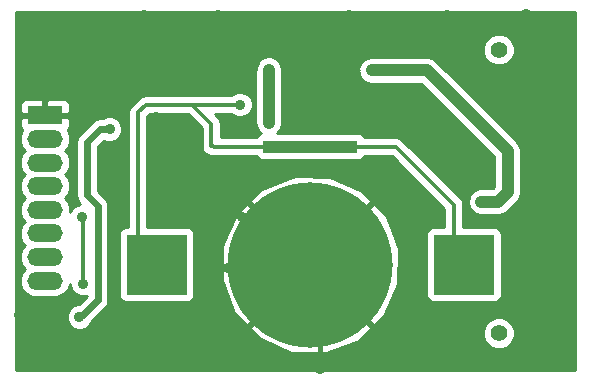
<source format=gbl>
G04 (created by PCBNEW-RS274X (2011-11-27 BZR 3249)-stable) date 21/02/2012 2:28:40 p.m.*
G01*
G70*
G90*
%MOIN*%
G04 Gerber Fmt 3.4, Leading zero omitted, Abs format*
%FSLAX34Y34*%
G04 APERTURE LIST*
%ADD10C,0.006000*%
%ADD11C,0.055100*%
%ADD12R,0.200800X0.200800*%
%ADD13C,0.551200*%
%ADD14R,0.315000X0.039400*%
%ADD15O,0.118100X0.059100*%
%ADD16R,0.118100X0.059100*%
%ADD17C,0.035000*%
%ADD18C,0.013800*%
%ADD19C,0.039400*%
%ADD20C,0.021700*%
%ADD21C,0.017700*%
%ADD22C,0.010000*%
G04 APERTURE END LIST*
G54D10*
G54D11*
X40441Y-31583D03*
X40441Y-22134D03*
G54D12*
X39279Y-29299D03*
X29043Y-29299D03*
G54D13*
X34161Y-29299D03*
G54D14*
X34161Y-25362D03*
G54D15*
X25311Y-25895D03*
X25311Y-25108D03*
G54D16*
X25311Y-24320D03*
G54D15*
X25311Y-26682D03*
X25311Y-27470D03*
X25311Y-28257D03*
X25311Y-29044D03*
X25311Y-29831D03*
G54D17*
X26551Y-27697D03*
X26579Y-29933D03*
X32776Y-22803D03*
X36209Y-22819D03*
X26461Y-31043D03*
X39854Y-27197D03*
X32776Y-24571D03*
X27465Y-24783D03*
X24457Y-30969D03*
X42598Y-30004D03*
X30079Y-22110D03*
X31579Y-24630D03*
X30461Y-32685D03*
X31882Y-27697D03*
X25071Y-31606D03*
X35433Y-24728D03*
X26709Y-21969D03*
X26724Y-22780D03*
X27315Y-26776D03*
X34480Y-32764D03*
X28598Y-20984D03*
X26079Y-20996D03*
X38760Y-32685D03*
X31079Y-20972D03*
X41331Y-20957D03*
X27760Y-25646D03*
X29012Y-24370D03*
X31402Y-29425D03*
X27559Y-30626D03*
X26272Y-30465D03*
X26244Y-27063D03*
X24528Y-23283D03*
X42598Y-25772D03*
X36331Y-23555D03*
X38720Y-20984D03*
X24598Y-32697D03*
X27551Y-29386D03*
X42614Y-22665D03*
X35433Y-20988D03*
X27559Y-31465D03*
X30449Y-31433D03*
X32106Y-22642D03*
X40020Y-26220D03*
X31811Y-23965D03*
G54D18*
X26579Y-27725D02*
X26579Y-29933D01*
X26551Y-27697D02*
X26579Y-27725D01*
G54D19*
X39854Y-27197D02*
X40425Y-27197D01*
X32776Y-22803D02*
X32776Y-24571D01*
G54D20*
X26461Y-31043D02*
X26461Y-31059D01*
G54D19*
X40740Y-26882D02*
X40740Y-25515D01*
X40425Y-27197D02*
X40740Y-26882D01*
X38044Y-22819D02*
X36209Y-22819D01*
G54D20*
X26709Y-26985D02*
X27067Y-27343D01*
X26709Y-26894D02*
X26709Y-26985D01*
X26709Y-25214D02*
X26709Y-26894D01*
G54D19*
X40740Y-25515D02*
X38044Y-22819D01*
G54D20*
X27140Y-24783D02*
X26709Y-25214D01*
X27140Y-24783D02*
X27465Y-24783D01*
X27067Y-27343D02*
X27067Y-30488D01*
X26496Y-31059D02*
X26461Y-31059D01*
X27067Y-30488D02*
X26496Y-31059D01*
G54D21*
X42598Y-22681D02*
X42598Y-25772D01*
G54D18*
X36331Y-23555D02*
X38996Y-26220D01*
X24445Y-30980D02*
X24446Y-30980D01*
G54D21*
X28586Y-20996D02*
X28598Y-20984D01*
G54D18*
X24446Y-30980D02*
X24457Y-30969D01*
X25071Y-31606D02*
X24445Y-30980D01*
G54D21*
X34480Y-32764D02*
X34480Y-30401D01*
G54D18*
X28953Y-20984D02*
X28598Y-20984D01*
G54D21*
X31079Y-20972D02*
X35417Y-20972D01*
G54D18*
X30079Y-22110D02*
X28953Y-20984D01*
G54D21*
X30449Y-32673D02*
X30461Y-32685D01*
G54D18*
X26709Y-21969D02*
X26709Y-22765D01*
X31571Y-24626D02*
X31575Y-24626D01*
X31575Y-24626D02*
X31579Y-24630D01*
G54D21*
X26079Y-20996D02*
X28586Y-20996D01*
X35417Y-20972D02*
X35433Y-20988D01*
G54D18*
X27315Y-26776D02*
X27315Y-26091D01*
X27315Y-26091D02*
X27760Y-25646D01*
G54D21*
X41304Y-20984D02*
X41331Y-20957D01*
X38760Y-32220D02*
X38760Y-32685D01*
X34480Y-32764D02*
X34472Y-32756D01*
G54D18*
X26709Y-22765D02*
X26724Y-22780D01*
G54D21*
X42598Y-30548D02*
X42197Y-30949D01*
X40031Y-30949D02*
X38760Y-32220D01*
X38720Y-20984D02*
X41304Y-20984D01*
X24598Y-32079D02*
X25071Y-31606D01*
X32559Y-27697D02*
X31882Y-27697D01*
X24598Y-32697D02*
X24598Y-32079D01*
X30449Y-31433D02*
X30449Y-32673D01*
X27559Y-30626D02*
X27559Y-31465D01*
X34161Y-29299D02*
X34035Y-29425D01*
X34035Y-29425D02*
X31402Y-29425D01*
G54D18*
X27736Y-27729D02*
X27736Y-26999D01*
X27513Y-26776D02*
X27315Y-26776D01*
G54D21*
X34161Y-29299D02*
X32559Y-27697D01*
X34480Y-30401D02*
X33256Y-29177D01*
G54D18*
X38996Y-26220D02*
X40020Y-26220D01*
X32106Y-22642D02*
X32098Y-22642D01*
G54D21*
X42614Y-22665D02*
X42598Y-22681D01*
G54D20*
X35433Y-20988D02*
X35433Y-24728D01*
G54D18*
X27551Y-29386D02*
X27551Y-27914D01*
G54D21*
X42598Y-30004D02*
X42598Y-30548D01*
G54D18*
X29012Y-24370D02*
X29008Y-24370D01*
G54D21*
X42197Y-30949D02*
X40031Y-30949D01*
G54D18*
X27551Y-27914D02*
X27736Y-27729D01*
X27736Y-26999D02*
X27513Y-26776D01*
X34161Y-25362D02*
X37000Y-25362D01*
X30854Y-25275D02*
X30854Y-25358D01*
X31811Y-23965D02*
X30496Y-23965D01*
X28409Y-28665D02*
X29043Y-29299D01*
X30854Y-24610D02*
X30854Y-25275D01*
X37000Y-25362D02*
X38941Y-27303D01*
X29118Y-23965D02*
X28669Y-23965D01*
X34161Y-25362D02*
X30941Y-25362D01*
X30941Y-25362D02*
X30854Y-25275D01*
X28409Y-24225D02*
X28409Y-28665D01*
X30496Y-23965D02*
X30209Y-23965D01*
X38941Y-27303D02*
X38941Y-28961D01*
X38941Y-28961D02*
X39279Y-29299D01*
X30209Y-23965D02*
X30854Y-24610D01*
X28669Y-23965D02*
X28409Y-24225D01*
X30209Y-23965D02*
X29118Y-23965D01*
G54D22*
X24341Y-20876D02*
X42982Y-20876D01*
X24341Y-20956D02*
X42982Y-20956D01*
X24341Y-21036D02*
X42982Y-21036D01*
X24341Y-21116D02*
X42982Y-21116D01*
X24341Y-21196D02*
X42982Y-21196D01*
X24341Y-21276D02*
X42982Y-21276D01*
X24341Y-21356D02*
X42982Y-21356D01*
X24341Y-21436D02*
X42982Y-21436D01*
X24341Y-21516D02*
X42982Y-21516D01*
X24341Y-21596D02*
X42982Y-21596D01*
X24341Y-21676D02*
X40175Y-21676D01*
X40707Y-21676D02*
X42982Y-21676D01*
X24341Y-21756D02*
X40076Y-21756D01*
X40805Y-21756D02*
X42982Y-21756D01*
X24341Y-21836D02*
X39996Y-21836D01*
X40885Y-21836D02*
X42982Y-21836D01*
X24341Y-21916D02*
X39962Y-21916D01*
X40918Y-21916D02*
X42982Y-21916D01*
X24341Y-21996D02*
X39929Y-21996D01*
X40951Y-21996D02*
X42982Y-21996D01*
X24341Y-22076D02*
X39916Y-22076D01*
X40966Y-22076D02*
X42982Y-22076D01*
X24341Y-22156D02*
X39916Y-22156D01*
X40966Y-22156D02*
X42982Y-22156D01*
X24341Y-22236D02*
X39916Y-22236D01*
X40966Y-22236D02*
X42982Y-22236D01*
X24341Y-22316D02*
X39949Y-22316D01*
X40935Y-22316D02*
X40966Y-22316D01*
X40966Y-22316D02*
X42982Y-22316D01*
X24341Y-22396D02*
X32596Y-22396D01*
X32955Y-22396D02*
X36088Y-22396D01*
X38164Y-22396D02*
X39982Y-22396D01*
X40901Y-22396D02*
X40966Y-22396D01*
X40966Y-22396D02*
X42982Y-22396D01*
X24341Y-22476D02*
X32476Y-22476D01*
X33075Y-22476D02*
X35933Y-22476D01*
X38319Y-22476D02*
X40041Y-22476D01*
X40842Y-22476D02*
X40966Y-22476D01*
X40966Y-22476D02*
X42982Y-22476D01*
X24341Y-22556D02*
X32413Y-22556D01*
X33138Y-22556D02*
X35857Y-22556D01*
X38413Y-22556D02*
X40121Y-22556D01*
X40762Y-22556D02*
X40966Y-22556D01*
X40966Y-22556D02*
X42982Y-22556D01*
X24341Y-22636D02*
X32362Y-22636D01*
X33189Y-22636D02*
X35804Y-22636D01*
X38493Y-22636D02*
X40281Y-22636D01*
X40601Y-22636D02*
X40966Y-22636D01*
X40966Y-22636D02*
X42982Y-22636D01*
X24341Y-22716D02*
X32346Y-22716D01*
X33205Y-22716D02*
X35782Y-22716D01*
X38573Y-22716D02*
X40966Y-22716D01*
X40966Y-22716D02*
X42982Y-22716D01*
X24341Y-22796D02*
X32330Y-22796D01*
X33221Y-22796D02*
X35766Y-22796D01*
X38653Y-22796D02*
X40966Y-22796D01*
X40966Y-22796D02*
X42982Y-22796D01*
X24341Y-22876D02*
X32329Y-22876D01*
X33223Y-22876D02*
X35774Y-22876D01*
X38733Y-22876D02*
X40966Y-22876D01*
X40966Y-22876D02*
X42982Y-22876D01*
X24341Y-22956D02*
X32329Y-22956D01*
X33223Y-22956D02*
X35790Y-22956D01*
X38813Y-22956D02*
X40966Y-22956D01*
X40966Y-22956D02*
X42982Y-22956D01*
X24341Y-23036D02*
X32329Y-23036D01*
X33223Y-23036D02*
X35827Y-23036D01*
X38893Y-23036D02*
X40966Y-23036D01*
X40966Y-23036D02*
X42982Y-23036D01*
X24341Y-23116D02*
X32329Y-23116D01*
X33223Y-23116D02*
X35881Y-23116D01*
X38973Y-23116D02*
X40966Y-23116D01*
X40966Y-23116D02*
X42982Y-23116D01*
X24341Y-23196D02*
X32329Y-23196D01*
X33223Y-23196D02*
X35985Y-23196D01*
X39053Y-23196D02*
X40966Y-23196D01*
X40966Y-23196D02*
X42982Y-23196D01*
X24341Y-23276D02*
X32329Y-23276D01*
X33223Y-23276D02*
X37869Y-23276D01*
X39133Y-23276D02*
X40966Y-23276D01*
X40966Y-23276D02*
X42982Y-23276D01*
X24341Y-23356D02*
X32329Y-23356D01*
X33223Y-23356D02*
X37949Y-23356D01*
X39213Y-23356D02*
X40966Y-23356D01*
X40966Y-23356D02*
X42982Y-23356D01*
X24341Y-23436D02*
X32329Y-23436D01*
X33223Y-23436D02*
X38029Y-23436D01*
X39293Y-23436D02*
X40966Y-23436D01*
X40966Y-23436D02*
X42982Y-23436D01*
X24341Y-23516D02*
X32329Y-23516D01*
X33223Y-23516D02*
X38109Y-23516D01*
X39373Y-23516D02*
X40966Y-23516D01*
X40966Y-23516D02*
X42982Y-23516D01*
X24341Y-23596D02*
X31590Y-23596D01*
X32030Y-23596D02*
X32329Y-23596D01*
X33223Y-23596D02*
X38189Y-23596D01*
X39453Y-23596D02*
X40966Y-23596D01*
X40966Y-23596D02*
X42982Y-23596D01*
X24341Y-23676D02*
X28537Y-23676D01*
X32123Y-23676D02*
X32329Y-23676D01*
X33223Y-23676D02*
X38269Y-23676D01*
X39533Y-23676D02*
X40966Y-23676D01*
X40966Y-23676D02*
X42982Y-23676D01*
X24341Y-23756D02*
X28426Y-23756D01*
X32184Y-23756D02*
X32329Y-23756D01*
X33223Y-23756D02*
X38349Y-23756D01*
X39613Y-23756D02*
X40966Y-23756D01*
X40966Y-23756D02*
X42982Y-23756D01*
X24341Y-23836D02*
X24558Y-23836D01*
X25260Y-23836D02*
X25362Y-23836D01*
X26064Y-23836D02*
X28346Y-23836D01*
X32217Y-23836D02*
X32329Y-23836D01*
X33223Y-23836D02*
X38429Y-23836D01*
X39693Y-23836D02*
X40966Y-23836D01*
X40966Y-23836D02*
X42982Y-23836D01*
X24341Y-23916D02*
X24496Y-23916D01*
X25261Y-23916D02*
X25361Y-23916D01*
X26125Y-23916D02*
X28266Y-23916D01*
X32236Y-23916D02*
X32329Y-23916D01*
X33223Y-23916D02*
X38509Y-23916D01*
X39773Y-23916D02*
X40966Y-23916D01*
X40966Y-23916D02*
X42982Y-23916D01*
X24341Y-23996D02*
X24471Y-23996D01*
X25261Y-23996D02*
X25361Y-23996D01*
X26150Y-23996D02*
X28186Y-23996D01*
X32236Y-23996D02*
X32329Y-23996D01*
X33223Y-23996D02*
X38589Y-23996D01*
X39853Y-23996D02*
X40966Y-23996D01*
X40966Y-23996D02*
X42982Y-23996D01*
X24341Y-24076D02*
X24471Y-24076D01*
X25261Y-24076D02*
X25361Y-24076D01*
X26150Y-24076D02*
X28131Y-24076D01*
X32226Y-24076D02*
X32329Y-24076D01*
X33223Y-24076D02*
X38669Y-24076D01*
X39933Y-24076D02*
X40966Y-24076D01*
X40966Y-24076D02*
X42982Y-24076D01*
X24341Y-24156D02*
X24471Y-24156D01*
X25261Y-24156D02*
X25361Y-24156D01*
X26150Y-24156D02*
X28103Y-24156D01*
X32192Y-24156D02*
X32329Y-24156D01*
X33223Y-24156D02*
X38749Y-24156D01*
X40013Y-24156D02*
X40966Y-24156D01*
X40966Y-24156D02*
X42982Y-24156D01*
X24341Y-24236D02*
X24499Y-24236D01*
X25261Y-24236D02*
X25361Y-24236D01*
X26123Y-24236D02*
X26151Y-24236D01*
X26151Y-24236D02*
X28090Y-24236D01*
X32141Y-24236D02*
X32329Y-24236D01*
X33223Y-24236D02*
X38829Y-24236D01*
X40093Y-24236D02*
X40966Y-24236D01*
X40966Y-24236D02*
X42982Y-24236D01*
X24341Y-24316D02*
X25261Y-24316D01*
X25261Y-24316D02*
X26151Y-24316D01*
X26151Y-24316D02*
X28090Y-24316D01*
X28769Y-24316D02*
X30109Y-24316D01*
X31011Y-24316D02*
X31561Y-24316D01*
X32061Y-24316D02*
X32329Y-24316D01*
X33223Y-24316D02*
X38909Y-24316D01*
X40173Y-24316D02*
X40966Y-24316D01*
X40966Y-24316D02*
X42982Y-24316D01*
X24341Y-24396D02*
X24507Y-24396D01*
X26115Y-24396D02*
X26151Y-24396D01*
X26151Y-24396D02*
X27288Y-24396D01*
X27641Y-24396D02*
X28090Y-24396D01*
X28728Y-24396D02*
X30189Y-24396D01*
X31087Y-24396D02*
X32329Y-24396D01*
X33223Y-24396D02*
X38989Y-24396D01*
X40253Y-24396D02*
X40966Y-24396D01*
X40966Y-24396D02*
X42982Y-24396D01*
X24341Y-24476D02*
X24472Y-24476D01*
X26151Y-24476D02*
X26966Y-24476D01*
X27759Y-24476D02*
X28090Y-24476D01*
X28728Y-24476D02*
X30269Y-24476D01*
X31141Y-24476D02*
X32329Y-24476D01*
X33223Y-24476D02*
X39069Y-24476D01*
X40333Y-24476D02*
X40966Y-24476D01*
X40966Y-24476D02*
X42982Y-24476D01*
X24341Y-24556D02*
X24472Y-24556D01*
X26151Y-24556D02*
X26860Y-24556D01*
X27831Y-24556D02*
X28090Y-24556D01*
X28728Y-24556D02*
X30349Y-24556D01*
X31162Y-24556D02*
X32329Y-24556D01*
X33223Y-24556D02*
X39149Y-24556D01*
X40413Y-24556D02*
X40966Y-24556D01*
X40966Y-24556D02*
X42982Y-24556D01*
X24341Y-24636D02*
X24472Y-24636D01*
X26151Y-24636D02*
X26780Y-24636D01*
X27864Y-24636D02*
X28090Y-24636D01*
X28728Y-24636D02*
X30429Y-24636D01*
X31173Y-24636D02*
X32342Y-24636D01*
X33211Y-24636D02*
X39229Y-24636D01*
X40493Y-24636D02*
X40966Y-24636D01*
X40966Y-24636D02*
X42982Y-24636D01*
X24341Y-24716D02*
X24494Y-24716D01*
X26129Y-24716D02*
X26700Y-24716D01*
X27890Y-24716D02*
X28090Y-24716D01*
X28728Y-24716D02*
X30509Y-24716D01*
X31173Y-24716D02*
X32358Y-24716D01*
X33195Y-24716D02*
X39309Y-24716D01*
X40573Y-24716D02*
X40966Y-24716D01*
X40966Y-24716D02*
X42982Y-24716D01*
X24341Y-24796D02*
X24550Y-24796D01*
X26072Y-24796D02*
X26620Y-24796D01*
X27890Y-24796D02*
X28090Y-24796D01*
X28728Y-24796D02*
X30535Y-24796D01*
X31173Y-24796D02*
X32400Y-24796D01*
X33153Y-24796D02*
X39389Y-24796D01*
X40653Y-24796D02*
X40966Y-24796D01*
X40966Y-24796D02*
X42982Y-24796D01*
X24341Y-24876D02*
X24517Y-24876D01*
X26105Y-24876D02*
X26540Y-24876D01*
X27887Y-24876D02*
X27890Y-24876D01*
X27890Y-24876D02*
X28090Y-24876D01*
X28728Y-24876D02*
X30535Y-24876D01*
X31173Y-24876D02*
X32453Y-24876D01*
X33100Y-24876D02*
X39469Y-24876D01*
X40733Y-24876D02*
X40966Y-24876D01*
X40966Y-24876D02*
X42982Y-24876D01*
X24341Y-24956D02*
X24483Y-24956D01*
X26138Y-24956D02*
X26460Y-24956D01*
X27854Y-24956D02*
X27890Y-24956D01*
X27890Y-24956D02*
X28090Y-24956D01*
X28728Y-24956D02*
X30535Y-24956D01*
X31173Y-24956D02*
X32443Y-24956D01*
X35879Y-24956D02*
X39549Y-24956D01*
X40813Y-24956D02*
X40966Y-24956D01*
X40966Y-24956D02*
X42982Y-24956D01*
X24341Y-25036D02*
X24465Y-25036D01*
X26157Y-25036D02*
X26405Y-25036D01*
X27813Y-25036D02*
X27890Y-25036D01*
X27890Y-25036D02*
X28090Y-25036D01*
X28728Y-25036D02*
X30535Y-25036D01*
X31173Y-25036D02*
X32369Y-25036D01*
X35951Y-25036D02*
X39629Y-25036D01*
X40893Y-25036D02*
X40966Y-25036D01*
X40966Y-25036D02*
X42982Y-25036D01*
X24341Y-25116D02*
X24465Y-25116D01*
X26157Y-25116D02*
X26370Y-25116D01*
X27733Y-25116D02*
X27890Y-25116D01*
X27890Y-25116D02*
X28090Y-25116D01*
X28728Y-25116D02*
X30535Y-25116D01*
X37195Y-25116D02*
X39709Y-25116D01*
X40974Y-25116D02*
X42982Y-25116D01*
X24341Y-25196D02*
X24465Y-25196D01*
X26157Y-25196D02*
X26354Y-25196D01*
X27233Y-25196D02*
X27352Y-25196D01*
X27579Y-25196D02*
X27890Y-25196D01*
X27890Y-25196D02*
X28090Y-25196D01*
X28728Y-25196D02*
X30535Y-25196D01*
X37285Y-25196D02*
X39789Y-25196D01*
X41054Y-25196D02*
X42982Y-25196D01*
X24341Y-25276D02*
X24491Y-25276D01*
X26132Y-25276D02*
X26351Y-25276D01*
X27153Y-25276D02*
X27890Y-25276D01*
X27890Y-25276D02*
X28090Y-25276D01*
X28728Y-25276D02*
X30535Y-25276D01*
X37365Y-25276D02*
X39869Y-25276D01*
X41107Y-25276D02*
X42982Y-25276D01*
X24341Y-25356D02*
X24524Y-25356D01*
X26099Y-25356D02*
X26351Y-25356D01*
X27073Y-25356D02*
X27890Y-25356D01*
X27890Y-25356D02*
X28090Y-25356D01*
X28728Y-25356D02*
X30535Y-25356D01*
X37445Y-25356D02*
X39949Y-25356D01*
X41155Y-25356D02*
X42982Y-25356D01*
X24341Y-25436D02*
X24572Y-25436D01*
X26050Y-25436D02*
X26351Y-25436D01*
X27067Y-25436D02*
X27890Y-25436D01*
X27890Y-25436D02*
X28090Y-25436D01*
X28728Y-25436D02*
X30551Y-25436D01*
X37525Y-25436D02*
X40029Y-25436D01*
X41170Y-25436D02*
X42982Y-25436D01*
X24341Y-25516D02*
X24622Y-25516D01*
X25999Y-25516D02*
X26351Y-25516D01*
X27067Y-25516D02*
X27890Y-25516D01*
X27890Y-25516D02*
X28090Y-25516D01*
X28728Y-25516D02*
X30583Y-25516D01*
X37605Y-25516D02*
X40109Y-25516D01*
X41187Y-25516D02*
X42982Y-25516D01*
X24341Y-25596D02*
X24545Y-25596D01*
X26077Y-25596D02*
X26351Y-25596D01*
X27067Y-25596D02*
X27890Y-25596D01*
X27890Y-25596D02*
X28090Y-25596D01*
X28728Y-25596D02*
X30647Y-25596D01*
X37685Y-25596D02*
X40189Y-25596D01*
X41187Y-25596D02*
X42982Y-25596D01*
X24341Y-25676D02*
X24511Y-25676D01*
X26110Y-25676D02*
X26351Y-25676D01*
X27067Y-25676D02*
X27890Y-25676D01*
X27890Y-25676D02*
X28090Y-25676D01*
X28728Y-25676D02*
X30849Y-25676D01*
X30859Y-25676D02*
X30914Y-25676D01*
X37765Y-25676D02*
X40269Y-25676D01*
X41187Y-25676D02*
X42982Y-25676D01*
X24341Y-25756D02*
X24478Y-25756D01*
X26143Y-25756D02*
X26351Y-25756D01*
X27067Y-25756D02*
X27890Y-25756D01*
X27890Y-25756D02*
X28090Y-25756D01*
X28728Y-25756D02*
X32431Y-25756D01*
X35891Y-25756D02*
X36943Y-25756D01*
X37845Y-25756D02*
X40293Y-25756D01*
X41187Y-25756D02*
X42982Y-25756D01*
X24341Y-25836D02*
X24465Y-25836D01*
X26157Y-25836D02*
X26351Y-25836D01*
X27067Y-25836D02*
X27890Y-25836D01*
X27890Y-25836D02*
X28090Y-25836D01*
X28728Y-25836D02*
X37023Y-25836D01*
X37925Y-25836D02*
X40293Y-25836D01*
X41187Y-25836D02*
X42982Y-25836D01*
X24341Y-25916D02*
X24465Y-25916D01*
X26157Y-25916D02*
X26351Y-25916D01*
X27067Y-25916D02*
X27890Y-25916D01*
X27890Y-25916D02*
X28090Y-25916D01*
X28728Y-25916D02*
X37103Y-25916D01*
X38005Y-25916D02*
X40293Y-25916D01*
X41187Y-25916D02*
X42982Y-25916D01*
X24341Y-25996D02*
X24465Y-25996D01*
X26157Y-25996D02*
X26351Y-25996D01*
X27067Y-25996D02*
X27890Y-25996D01*
X27890Y-25996D02*
X28090Y-25996D01*
X28728Y-25996D02*
X37183Y-25996D01*
X38085Y-25996D02*
X40293Y-25996D01*
X41187Y-25996D02*
X42982Y-25996D01*
X24341Y-26076D02*
X24496Y-26076D01*
X26127Y-26076D02*
X26351Y-26076D01*
X27067Y-26076D02*
X27890Y-26076D01*
X27890Y-26076D02*
X28090Y-26076D01*
X28728Y-26076D02*
X37263Y-26076D01*
X38165Y-26076D02*
X40293Y-26076D01*
X41187Y-26076D02*
X42982Y-26076D01*
X24341Y-26156D02*
X24529Y-26156D01*
X26093Y-26156D02*
X26351Y-26156D01*
X27067Y-26156D02*
X27890Y-26156D01*
X27890Y-26156D02*
X28090Y-26156D01*
X28728Y-26156D02*
X37343Y-26156D01*
X38245Y-26156D02*
X40293Y-26156D01*
X41187Y-26156D02*
X42982Y-26156D01*
X24341Y-26236D02*
X24585Y-26236D01*
X26037Y-26236D02*
X26351Y-26236D01*
X27067Y-26236D02*
X27890Y-26236D01*
X27890Y-26236D02*
X28090Y-26236D01*
X28728Y-26236D02*
X37423Y-26236D01*
X38325Y-26236D02*
X40293Y-26236D01*
X41187Y-26236D02*
X42982Y-26236D01*
X24341Y-26316D02*
X24609Y-26316D01*
X26012Y-26316D02*
X26351Y-26316D01*
X27067Y-26316D02*
X27890Y-26316D01*
X27890Y-26316D02*
X28090Y-26316D01*
X28728Y-26316D02*
X37503Y-26316D01*
X38405Y-26316D02*
X40293Y-26316D01*
X41187Y-26316D02*
X42982Y-26316D01*
X24341Y-26396D02*
X24539Y-26396D01*
X26082Y-26396D02*
X26351Y-26396D01*
X27067Y-26396D02*
X27890Y-26396D01*
X27890Y-26396D02*
X28090Y-26396D01*
X28728Y-26396D02*
X33495Y-26396D01*
X34882Y-26396D02*
X37583Y-26396D01*
X38485Y-26396D02*
X40293Y-26396D01*
X41187Y-26396D02*
X42982Y-26396D01*
X24341Y-26476D02*
X24506Y-26476D01*
X26115Y-26476D02*
X26351Y-26476D01*
X27067Y-26476D02*
X27890Y-26476D01*
X27890Y-26476D02*
X28090Y-26476D01*
X28728Y-26476D02*
X33288Y-26476D01*
X35063Y-26476D02*
X37663Y-26476D01*
X38565Y-26476D02*
X40293Y-26476D01*
X41187Y-26476D02*
X42982Y-26476D01*
X24341Y-26556D02*
X24472Y-26556D01*
X26148Y-26556D02*
X26351Y-26556D01*
X27067Y-26556D02*
X27890Y-26556D01*
X27890Y-26556D02*
X28090Y-26556D01*
X28728Y-26556D02*
X33082Y-26556D01*
X35245Y-26556D02*
X37743Y-26556D01*
X38645Y-26556D02*
X40293Y-26556D01*
X41187Y-26556D02*
X42982Y-26556D01*
X24341Y-26636D02*
X24465Y-26636D01*
X26157Y-26636D02*
X26351Y-26636D01*
X27067Y-26636D02*
X27890Y-26636D01*
X27890Y-26636D02*
X28090Y-26636D01*
X28728Y-26636D02*
X32876Y-26636D01*
X35426Y-26636D02*
X37823Y-26636D01*
X38725Y-26636D02*
X40293Y-26636D01*
X41187Y-26636D02*
X42982Y-26636D01*
X24341Y-26716D02*
X24465Y-26716D01*
X26157Y-26716D02*
X26351Y-26716D01*
X27067Y-26716D02*
X27890Y-26716D01*
X27890Y-26716D02*
X28090Y-26716D01*
X28728Y-26716D02*
X32670Y-26716D01*
X35607Y-26716D02*
X37903Y-26716D01*
X38805Y-26716D02*
X40274Y-26716D01*
X41187Y-26716D02*
X42982Y-26716D01*
X24341Y-26796D02*
X24469Y-26796D01*
X26155Y-26796D02*
X26351Y-26796D01*
X27067Y-26796D02*
X27890Y-26796D01*
X27890Y-26796D02*
X28090Y-26796D01*
X28728Y-26796D02*
X32499Y-26796D01*
X35789Y-26796D02*
X37983Y-26796D01*
X38885Y-26796D02*
X39665Y-26796D01*
X41187Y-26796D02*
X42982Y-26796D01*
X24341Y-26876D02*
X24502Y-26876D01*
X26121Y-26876D02*
X26351Y-26876D01*
X27106Y-26876D02*
X27890Y-26876D01*
X27890Y-26876D02*
X28090Y-26876D01*
X28728Y-26876D02*
X32400Y-26876D01*
X35921Y-26876D02*
X38063Y-26876D01*
X38965Y-26876D02*
X39545Y-26876D01*
X41187Y-26876D02*
X42982Y-26876D01*
X24341Y-26956D02*
X24535Y-26956D01*
X26088Y-26956D02*
X26351Y-26956D01*
X27186Y-26956D02*
X27890Y-26956D01*
X27890Y-26956D02*
X28090Y-26956D01*
X28728Y-26956D02*
X32326Y-26956D01*
X35995Y-26956D02*
X38143Y-26956D01*
X39045Y-26956D02*
X39487Y-26956D01*
X41173Y-26956D02*
X41187Y-26956D01*
X41187Y-26956D02*
X42982Y-26956D01*
X24341Y-27036D02*
X24598Y-27036D01*
X26024Y-27036D02*
X26362Y-27036D01*
X27266Y-27036D02*
X27890Y-27036D01*
X27890Y-27036D02*
X28090Y-27036D01*
X28728Y-27036D02*
X32251Y-27036D01*
X36070Y-27036D02*
X38223Y-27036D01*
X39125Y-27036D02*
X39439Y-27036D01*
X41157Y-27036D02*
X41187Y-27036D01*
X41187Y-27036D02*
X42982Y-27036D01*
X24341Y-27116D02*
X24596Y-27116D01*
X26024Y-27116D02*
X26377Y-27116D01*
X27337Y-27116D02*
X27890Y-27116D01*
X27890Y-27116D02*
X28090Y-27116D01*
X28728Y-27116D02*
X32177Y-27116D01*
X36144Y-27116D02*
X38303Y-27116D01*
X39192Y-27116D02*
X39423Y-27116D01*
X41111Y-27116D02*
X41187Y-27116D01*
X41187Y-27116D02*
X42982Y-27116D01*
X24341Y-27196D02*
X24534Y-27196D01*
X26087Y-27196D02*
X26428Y-27196D01*
X27391Y-27196D02*
X27890Y-27196D01*
X27890Y-27196D02*
X28090Y-27196D01*
X28728Y-27196D02*
X32129Y-27196D01*
X36194Y-27196D02*
X36207Y-27196D01*
X36207Y-27196D02*
X38383Y-27196D01*
X39238Y-27196D02*
X39407Y-27196D01*
X41058Y-27196D02*
X41187Y-27196D01*
X41187Y-27196D02*
X42982Y-27196D01*
X24341Y-27276D02*
X24501Y-27276D01*
X26120Y-27276D02*
X26457Y-27276D01*
X27411Y-27276D02*
X27890Y-27276D01*
X27890Y-27276D02*
X28090Y-27276D01*
X28728Y-27276D02*
X32020Y-27276D01*
X32067Y-27276D02*
X32209Y-27276D01*
X36114Y-27276D02*
X36207Y-27276D01*
X36207Y-27276D02*
X36254Y-27276D01*
X36301Y-27276D02*
X38463Y-27276D01*
X39254Y-27276D02*
X39423Y-27276D01*
X40978Y-27276D02*
X41187Y-27276D01*
X41187Y-27276D02*
X42982Y-27276D01*
X24341Y-27356D02*
X24467Y-27356D01*
X26153Y-27356D02*
X26291Y-27356D01*
X27425Y-27356D02*
X27890Y-27356D01*
X27890Y-27356D02*
X28090Y-27356D01*
X28728Y-27356D02*
X31934Y-27356D01*
X32147Y-27356D02*
X32289Y-27356D01*
X36034Y-27356D02*
X36174Y-27356D01*
X36387Y-27356D02*
X38543Y-27356D01*
X39260Y-27356D02*
X39439Y-27356D01*
X40898Y-27356D02*
X41187Y-27356D01*
X41187Y-27356D02*
X42982Y-27356D01*
X24341Y-27436D02*
X24465Y-27436D01*
X26157Y-27436D02*
X26211Y-27436D01*
X27425Y-27436D02*
X27890Y-27436D01*
X27890Y-27436D02*
X28090Y-27436D01*
X28728Y-27436D02*
X31848Y-27436D01*
X32227Y-27436D02*
X32369Y-27436D01*
X35954Y-27436D02*
X36094Y-27436D01*
X36473Y-27436D02*
X38622Y-27436D01*
X39260Y-27436D02*
X39487Y-27436D01*
X40818Y-27436D02*
X41187Y-27436D01*
X41187Y-27436D02*
X42982Y-27436D01*
X24341Y-27516D02*
X24465Y-27516D01*
X26157Y-27516D02*
X26165Y-27516D01*
X27425Y-27516D02*
X27890Y-27516D01*
X27890Y-27516D02*
X28090Y-27516D01*
X28728Y-27516D02*
X31762Y-27516D01*
X32307Y-27516D02*
X32449Y-27516D01*
X35874Y-27516D02*
X36014Y-27516D01*
X36559Y-27516D02*
X38622Y-27516D01*
X39260Y-27516D02*
X39543Y-27516D01*
X40737Y-27516D02*
X41187Y-27516D01*
X41187Y-27516D02*
X42982Y-27516D01*
X24341Y-27596D02*
X24474Y-27596D01*
X27425Y-27596D02*
X27890Y-27596D01*
X27890Y-27596D02*
X28090Y-27596D01*
X28728Y-27596D02*
X31690Y-27596D01*
X32387Y-27596D02*
X32529Y-27596D01*
X35794Y-27596D02*
X35934Y-27596D01*
X36636Y-27596D02*
X38622Y-27596D01*
X39260Y-27596D02*
X39663Y-27596D01*
X40617Y-27596D02*
X41187Y-27596D01*
X41187Y-27596D02*
X42982Y-27596D01*
X24341Y-27676D02*
X24507Y-27676D01*
X27425Y-27676D02*
X27890Y-27676D01*
X27890Y-27676D02*
X28090Y-27676D01*
X28728Y-27676D02*
X31655Y-27676D01*
X32467Y-27676D02*
X32609Y-27676D01*
X35714Y-27676D02*
X35854Y-27676D01*
X36689Y-27676D02*
X38622Y-27676D01*
X39260Y-27676D02*
X41187Y-27676D01*
X41187Y-27676D02*
X42982Y-27676D01*
X24341Y-27756D02*
X24540Y-27756D01*
X27425Y-27756D02*
X27890Y-27756D01*
X27890Y-27756D02*
X28090Y-27756D01*
X28728Y-27756D02*
X31620Y-27756D01*
X32547Y-27756D02*
X32689Y-27756D01*
X35634Y-27756D02*
X35774Y-27756D01*
X36723Y-27756D02*
X38622Y-27756D01*
X39260Y-27756D02*
X41187Y-27756D01*
X41187Y-27756D02*
X42982Y-27756D01*
X24341Y-27836D02*
X24610Y-27836D01*
X27425Y-27836D02*
X27890Y-27836D01*
X27890Y-27836D02*
X28090Y-27836D01*
X28728Y-27836D02*
X31585Y-27836D01*
X32627Y-27836D02*
X32769Y-27836D01*
X35554Y-27836D02*
X35694Y-27836D01*
X36754Y-27836D02*
X38622Y-27836D01*
X39260Y-27836D02*
X41187Y-27836D01*
X41187Y-27836D02*
X42982Y-27836D01*
X24341Y-27916D02*
X24584Y-27916D01*
X27425Y-27916D02*
X27890Y-27916D01*
X27890Y-27916D02*
X28090Y-27916D01*
X28728Y-27916D02*
X31549Y-27916D01*
X32707Y-27916D02*
X32849Y-27916D01*
X35474Y-27916D02*
X35614Y-27916D01*
X36785Y-27916D02*
X38622Y-27916D01*
X39260Y-27916D02*
X41187Y-27916D01*
X41187Y-27916D02*
X42982Y-27916D01*
X24341Y-27996D02*
X24529Y-27996D01*
X27425Y-27996D02*
X27890Y-27996D01*
X27890Y-27996D02*
X28090Y-27996D01*
X28728Y-27996D02*
X31514Y-27996D01*
X32787Y-27996D02*
X32929Y-27996D01*
X35394Y-27996D02*
X35534Y-27996D01*
X36816Y-27996D02*
X38622Y-27996D01*
X39260Y-27996D02*
X41187Y-27996D01*
X41187Y-27996D02*
X42982Y-27996D01*
X24341Y-28076D02*
X24495Y-28076D01*
X27425Y-28076D02*
X27890Y-28076D01*
X27890Y-28076D02*
X27917Y-28076D01*
X30168Y-28076D02*
X31479Y-28076D01*
X32867Y-28076D02*
X33009Y-28076D01*
X35314Y-28076D02*
X35454Y-28076D01*
X36847Y-28076D02*
X38153Y-28076D01*
X40404Y-28076D02*
X41187Y-28076D01*
X41187Y-28076D02*
X42982Y-28076D01*
X24341Y-28156D02*
X24465Y-28156D01*
X27425Y-28156D02*
X27827Y-28156D01*
X30258Y-28156D02*
X31444Y-28156D01*
X32947Y-28156D02*
X33089Y-28156D01*
X35234Y-28156D02*
X35374Y-28156D01*
X36878Y-28156D02*
X38063Y-28156D01*
X40494Y-28156D02*
X41187Y-28156D01*
X41187Y-28156D02*
X42982Y-28156D01*
X24341Y-28236D02*
X24465Y-28236D01*
X27425Y-28236D02*
X27793Y-28236D01*
X30291Y-28236D02*
X31408Y-28236D01*
X33027Y-28236D02*
X33169Y-28236D01*
X35154Y-28236D02*
X35294Y-28236D01*
X36909Y-28236D02*
X38029Y-28236D01*
X40527Y-28236D02*
X41187Y-28236D01*
X41187Y-28236D02*
X42982Y-28236D01*
X24341Y-28316D02*
X24465Y-28316D01*
X27425Y-28316D02*
X27790Y-28316D01*
X30296Y-28316D02*
X31373Y-28316D01*
X33107Y-28316D02*
X33249Y-28316D01*
X35074Y-28316D02*
X35214Y-28316D01*
X36941Y-28316D02*
X38026Y-28316D01*
X40532Y-28316D02*
X41187Y-28316D01*
X41187Y-28316D02*
X42982Y-28316D01*
X24341Y-28396D02*
X24479Y-28396D01*
X27425Y-28396D02*
X27790Y-28396D01*
X30296Y-28396D02*
X31338Y-28396D01*
X33187Y-28396D02*
X33329Y-28396D01*
X34994Y-28396D02*
X35134Y-28396D01*
X36972Y-28396D02*
X38026Y-28396D01*
X40532Y-28396D02*
X41187Y-28396D01*
X41187Y-28396D02*
X42982Y-28396D01*
X24341Y-28476D02*
X24512Y-28476D01*
X27425Y-28476D02*
X27790Y-28476D01*
X30296Y-28476D02*
X31302Y-28476D01*
X33267Y-28476D02*
X33409Y-28476D01*
X34914Y-28476D02*
X35054Y-28476D01*
X37003Y-28476D02*
X38026Y-28476D01*
X40532Y-28476D02*
X41187Y-28476D01*
X41187Y-28476D02*
X42982Y-28476D01*
X24341Y-28556D02*
X24545Y-28556D01*
X27425Y-28556D02*
X27790Y-28556D01*
X30296Y-28556D02*
X31267Y-28556D01*
X33347Y-28556D02*
X33489Y-28556D01*
X34834Y-28556D02*
X34974Y-28556D01*
X37034Y-28556D02*
X38026Y-28556D01*
X40532Y-28556D02*
X41187Y-28556D01*
X41187Y-28556D02*
X42982Y-28556D01*
X24341Y-28636D02*
X24623Y-28636D01*
X27425Y-28636D02*
X27790Y-28636D01*
X30296Y-28636D02*
X31232Y-28636D01*
X33427Y-28636D02*
X33569Y-28636D01*
X34754Y-28636D02*
X34894Y-28636D01*
X37065Y-28636D02*
X38026Y-28636D01*
X40532Y-28636D02*
X41187Y-28636D01*
X41187Y-28636D02*
X42982Y-28636D01*
X24341Y-28716D02*
X24571Y-28716D01*
X27425Y-28716D02*
X27790Y-28716D01*
X30296Y-28716D02*
X31226Y-28716D01*
X33507Y-28716D02*
X33649Y-28716D01*
X34674Y-28716D02*
X34814Y-28716D01*
X37096Y-28716D02*
X38026Y-28716D01*
X40532Y-28716D02*
X41187Y-28716D01*
X41187Y-28716D02*
X42982Y-28716D01*
X24341Y-28796D02*
X24523Y-28796D01*
X27425Y-28796D02*
X27790Y-28796D01*
X30296Y-28796D02*
X31224Y-28796D01*
X33587Y-28796D02*
X33729Y-28796D01*
X34594Y-28796D02*
X34734Y-28796D01*
X37121Y-28796D02*
X37121Y-28796D01*
X37121Y-28796D02*
X38026Y-28796D01*
X40532Y-28796D02*
X41187Y-28796D01*
X41187Y-28796D02*
X42982Y-28796D01*
X24341Y-28876D02*
X24490Y-28876D01*
X27425Y-28876D02*
X27790Y-28876D01*
X30296Y-28876D02*
X31222Y-28876D01*
X33667Y-28876D02*
X33809Y-28876D01*
X34514Y-28876D02*
X34654Y-28876D01*
X37119Y-28876D02*
X37121Y-28876D01*
X37121Y-28876D02*
X38026Y-28876D01*
X40532Y-28876D02*
X41187Y-28876D01*
X41187Y-28876D02*
X42982Y-28876D01*
X24341Y-28956D02*
X24465Y-28956D01*
X27425Y-28956D02*
X27790Y-28956D01*
X30296Y-28956D02*
X31220Y-28956D01*
X33747Y-28956D02*
X33889Y-28956D01*
X34434Y-28956D02*
X34574Y-28956D01*
X37117Y-28956D02*
X37121Y-28956D01*
X37121Y-28956D02*
X38026Y-28956D01*
X40532Y-28956D02*
X41187Y-28956D01*
X41187Y-28956D02*
X42982Y-28956D01*
X24341Y-29036D02*
X24465Y-29036D01*
X27425Y-29036D02*
X27790Y-29036D01*
X30296Y-29036D02*
X31219Y-29036D01*
X33827Y-29036D02*
X33969Y-29036D01*
X34354Y-29036D02*
X34494Y-29036D01*
X37116Y-29036D02*
X37121Y-29036D01*
X37121Y-29036D02*
X38026Y-29036D01*
X40532Y-29036D02*
X41187Y-29036D01*
X41187Y-29036D02*
X42982Y-29036D01*
X24341Y-29116D02*
X24465Y-29116D01*
X27425Y-29116D02*
X27790Y-29116D01*
X30296Y-29116D02*
X31217Y-29116D01*
X33907Y-29116D02*
X34049Y-29116D01*
X34274Y-29116D02*
X34414Y-29116D01*
X37114Y-29116D02*
X37121Y-29116D01*
X37121Y-29116D02*
X38026Y-29116D01*
X40532Y-29116D02*
X41187Y-29116D01*
X41187Y-29116D02*
X42982Y-29116D01*
X24341Y-29196D02*
X24484Y-29196D01*
X27425Y-29196D02*
X27790Y-29196D01*
X30296Y-29196D02*
X31215Y-29196D01*
X33987Y-29196D02*
X34129Y-29196D01*
X34194Y-29196D02*
X34334Y-29196D01*
X37112Y-29196D02*
X37121Y-29196D01*
X37121Y-29196D02*
X38026Y-29196D01*
X40532Y-29196D02*
X41187Y-29196D01*
X41187Y-29196D02*
X42982Y-29196D01*
X24341Y-29276D02*
X24517Y-29276D01*
X27425Y-29276D02*
X27790Y-29276D01*
X30296Y-29276D02*
X31213Y-29276D01*
X34067Y-29276D02*
X34254Y-29276D01*
X37110Y-29276D02*
X37121Y-29276D01*
X37121Y-29276D02*
X38026Y-29276D01*
X40532Y-29276D02*
X41187Y-29276D01*
X41187Y-29276D02*
X42982Y-29276D01*
X24341Y-29356D02*
X24556Y-29356D01*
X27425Y-29356D02*
X27790Y-29356D01*
X30296Y-29356D02*
X31211Y-29356D01*
X34034Y-29356D02*
X34090Y-29356D01*
X34090Y-29356D02*
X34289Y-29356D01*
X37108Y-29356D02*
X37121Y-29356D01*
X37121Y-29356D02*
X38026Y-29356D01*
X40532Y-29356D02*
X41187Y-29356D01*
X41187Y-29356D02*
X42982Y-29356D01*
X24341Y-29436D02*
X24636Y-29436D01*
X27425Y-29436D02*
X27790Y-29436D01*
X30296Y-29436D02*
X31209Y-29436D01*
X33954Y-29436D02*
X34090Y-29436D01*
X34090Y-29436D02*
X34094Y-29436D01*
X34227Y-29436D02*
X34369Y-29436D01*
X37106Y-29436D02*
X37121Y-29436D01*
X37121Y-29436D02*
X38026Y-29436D01*
X40532Y-29436D02*
X41187Y-29436D01*
X41187Y-29436D02*
X42982Y-29436D01*
X24341Y-29516D02*
X24558Y-29516D01*
X27425Y-29516D02*
X27790Y-29516D01*
X30296Y-29516D02*
X31207Y-29516D01*
X33874Y-29516D02*
X34014Y-29516D01*
X34307Y-29516D02*
X34449Y-29516D01*
X37105Y-29516D02*
X37121Y-29516D01*
X37121Y-29516D02*
X38026Y-29516D01*
X40532Y-29516D02*
X41187Y-29516D01*
X41187Y-29516D02*
X42982Y-29516D01*
X24341Y-29596D02*
X24518Y-29596D01*
X27425Y-29596D02*
X27790Y-29596D01*
X30296Y-29596D02*
X31206Y-29596D01*
X33794Y-29596D02*
X33934Y-29596D01*
X34387Y-29596D02*
X34529Y-29596D01*
X37103Y-29596D02*
X37121Y-29596D01*
X37121Y-29596D02*
X38026Y-29596D01*
X40532Y-29596D02*
X41187Y-29596D01*
X41187Y-29596D02*
X42982Y-29596D01*
X24341Y-29676D02*
X24485Y-29676D01*
X27425Y-29676D02*
X27790Y-29676D01*
X30296Y-29676D02*
X31204Y-29676D01*
X33714Y-29676D02*
X33854Y-29676D01*
X34467Y-29676D02*
X34609Y-29676D01*
X37101Y-29676D02*
X37121Y-29676D01*
X37121Y-29676D02*
X38026Y-29676D01*
X40532Y-29676D02*
X41187Y-29676D01*
X41187Y-29676D02*
X42982Y-29676D01*
X24341Y-29756D02*
X24465Y-29756D01*
X27425Y-29756D02*
X27790Y-29756D01*
X30296Y-29756D02*
X31202Y-29756D01*
X33634Y-29756D02*
X33774Y-29756D01*
X34547Y-29756D02*
X34689Y-29756D01*
X37099Y-29756D02*
X37121Y-29756D01*
X37121Y-29756D02*
X38026Y-29756D01*
X40532Y-29756D02*
X41187Y-29756D01*
X41187Y-29756D02*
X42982Y-29756D01*
X24341Y-29836D02*
X24465Y-29836D01*
X27425Y-29836D02*
X27790Y-29836D01*
X30296Y-29836D02*
X31208Y-29836D01*
X33554Y-29836D02*
X33694Y-29836D01*
X34627Y-29836D02*
X34769Y-29836D01*
X37097Y-29836D02*
X37121Y-29836D01*
X37121Y-29836D02*
X38026Y-29836D01*
X40532Y-29836D02*
X41187Y-29836D01*
X41187Y-29836D02*
X42982Y-29836D01*
X24341Y-29916D02*
X24465Y-29916D01*
X27425Y-29916D02*
X27790Y-29916D01*
X30296Y-29916D02*
X31240Y-29916D01*
X33474Y-29916D02*
X33614Y-29916D01*
X34707Y-29916D02*
X34849Y-29916D01*
X37095Y-29916D02*
X37121Y-29916D01*
X37121Y-29916D02*
X38026Y-29916D01*
X40532Y-29916D02*
X41187Y-29916D01*
X41187Y-29916D02*
X42982Y-29916D01*
X24341Y-29996D02*
X24490Y-29996D01*
X26133Y-29996D02*
X26154Y-29996D01*
X27425Y-29996D02*
X27790Y-29996D01*
X30296Y-29996D02*
X31271Y-29996D01*
X33394Y-29996D02*
X33534Y-29996D01*
X34787Y-29996D02*
X34929Y-29996D01*
X37075Y-29996D02*
X37121Y-29996D01*
X37121Y-29996D02*
X38026Y-29996D01*
X40532Y-29996D02*
X41187Y-29996D01*
X41187Y-29996D02*
X42982Y-29996D01*
X24341Y-30076D02*
X24523Y-30076D01*
X26100Y-30076D02*
X26179Y-30076D01*
X27425Y-30076D02*
X27790Y-30076D01*
X30296Y-30076D02*
X31302Y-30076D01*
X33314Y-30076D02*
X33454Y-30076D01*
X34867Y-30076D02*
X35009Y-30076D01*
X37040Y-30076D02*
X37121Y-30076D01*
X37121Y-30076D02*
X38026Y-30076D01*
X40532Y-30076D02*
X41187Y-30076D01*
X41187Y-30076D02*
X42982Y-30076D01*
X24341Y-30156D02*
X24569Y-30156D01*
X26054Y-30156D02*
X26212Y-30156D01*
X27425Y-30156D02*
X27790Y-30156D01*
X30296Y-30156D02*
X31333Y-30156D01*
X33234Y-30156D02*
X33374Y-30156D01*
X34947Y-30156D02*
X35089Y-30156D01*
X37005Y-30156D02*
X37121Y-30156D01*
X37121Y-30156D02*
X38026Y-30156D01*
X40532Y-30156D02*
X41187Y-30156D01*
X41187Y-30156D02*
X42982Y-30156D01*
X24341Y-30236D02*
X24649Y-30236D01*
X25974Y-30236D02*
X26281Y-30236D01*
X27425Y-30236D02*
X27790Y-30236D01*
X30296Y-30236D02*
X31364Y-30236D01*
X33154Y-30236D02*
X33294Y-30236D01*
X35027Y-30236D02*
X35169Y-30236D01*
X36969Y-30236D02*
X37121Y-30236D01*
X37121Y-30236D02*
X38026Y-30236D01*
X40532Y-30236D02*
X41187Y-30236D01*
X41187Y-30236D02*
X42982Y-30236D01*
X24341Y-30316D02*
X24774Y-30316D01*
X25850Y-30316D02*
X26394Y-30316D01*
X27425Y-30316D02*
X27790Y-30316D01*
X30296Y-30316D02*
X31395Y-30316D01*
X33074Y-30316D02*
X33214Y-30316D01*
X35107Y-30316D02*
X35249Y-30316D01*
X36934Y-30316D02*
X37121Y-30316D01*
X37121Y-30316D02*
X38026Y-30316D01*
X40532Y-30316D02*
X41187Y-30316D01*
X41187Y-30316D02*
X42982Y-30316D01*
X24341Y-30396D02*
X26652Y-30396D01*
X27425Y-30396D02*
X27809Y-30396D01*
X30279Y-30396D02*
X31426Y-30396D01*
X32994Y-30396D02*
X33134Y-30396D01*
X35187Y-30396D02*
X35329Y-30396D01*
X36899Y-30396D02*
X37121Y-30396D01*
X37121Y-30396D02*
X38045Y-30396D01*
X40515Y-30396D02*
X40532Y-30396D01*
X40532Y-30396D02*
X41187Y-30396D01*
X41187Y-30396D02*
X42982Y-30396D01*
X24341Y-30476D02*
X26572Y-30476D01*
X27425Y-30476D02*
X27860Y-30476D01*
X30226Y-30476D02*
X31457Y-30476D01*
X32914Y-30476D02*
X33054Y-30476D01*
X35267Y-30476D02*
X35409Y-30476D01*
X36864Y-30476D02*
X37121Y-30476D01*
X37121Y-30476D02*
X38096Y-30476D01*
X40462Y-30476D02*
X40532Y-30476D01*
X40532Y-30476D02*
X41187Y-30476D01*
X41187Y-30476D02*
X42982Y-30476D01*
X24341Y-30556D02*
X26492Y-30556D01*
X27411Y-30556D02*
X31488Y-30556D01*
X32834Y-30556D02*
X32974Y-30556D01*
X35347Y-30556D02*
X35489Y-30556D01*
X36828Y-30556D02*
X37121Y-30556D01*
X37121Y-30556D02*
X40532Y-30556D01*
X40532Y-30556D02*
X41187Y-30556D01*
X41187Y-30556D02*
X42982Y-30556D01*
X24341Y-30636D02*
X26333Y-30636D01*
X27392Y-30636D02*
X31519Y-30636D01*
X32754Y-30636D02*
X32894Y-30636D01*
X35427Y-30636D02*
X35569Y-30636D01*
X36793Y-30636D02*
X37121Y-30636D01*
X37121Y-30636D02*
X40532Y-30636D01*
X40532Y-30636D02*
X41187Y-30636D01*
X41187Y-30636D02*
X42982Y-30636D01*
X24341Y-30716D02*
X26187Y-30716D01*
X27337Y-30716D02*
X31550Y-30716D01*
X32674Y-30716D02*
X32814Y-30716D01*
X35507Y-30716D02*
X35649Y-30716D01*
X36758Y-30716D02*
X37121Y-30716D01*
X37121Y-30716D02*
X40532Y-30716D01*
X40532Y-30716D02*
X41187Y-30716D01*
X41187Y-30716D02*
X42982Y-30716D01*
X24341Y-30796D02*
X26107Y-30796D01*
X27266Y-30796D02*
X31581Y-30796D01*
X32594Y-30796D02*
X32734Y-30796D01*
X35587Y-30796D02*
X35729Y-30796D01*
X36722Y-30796D02*
X37121Y-30796D01*
X37121Y-30796D02*
X40532Y-30796D01*
X40532Y-30796D02*
X41187Y-30796D01*
X41187Y-30796D02*
X42982Y-30796D01*
X24341Y-30876D02*
X26070Y-30876D01*
X27186Y-30876D02*
X31612Y-30876D01*
X32514Y-30876D02*
X32654Y-30876D01*
X35667Y-30876D02*
X35809Y-30876D01*
X36687Y-30876D02*
X37121Y-30876D01*
X37121Y-30876D02*
X40532Y-30876D01*
X40532Y-30876D02*
X41187Y-30876D01*
X41187Y-30876D02*
X42982Y-30876D01*
X24341Y-30956D02*
X26036Y-30956D01*
X27106Y-30956D02*
X31655Y-30956D01*
X32434Y-30956D02*
X32574Y-30956D01*
X35747Y-30956D02*
X35889Y-30956D01*
X36652Y-30956D02*
X37121Y-30956D01*
X37121Y-30956D02*
X40532Y-30956D01*
X40532Y-30956D02*
X41187Y-30956D01*
X41187Y-30956D02*
X42982Y-30956D01*
X24341Y-31036D02*
X26036Y-31036D01*
X27025Y-31036D02*
X31713Y-31036D01*
X32354Y-31036D02*
X32494Y-31036D01*
X35827Y-31036D02*
X35969Y-31036D01*
X36610Y-31036D02*
X37121Y-31036D01*
X37121Y-31036D02*
X40532Y-31036D01*
X40532Y-31036D02*
X41187Y-31036D01*
X41187Y-31036D02*
X42982Y-31036D01*
X24341Y-31116D02*
X26036Y-31116D01*
X26945Y-31116D02*
X31799Y-31116D01*
X32274Y-31116D02*
X32414Y-31116D01*
X35907Y-31116D02*
X36049Y-31116D01*
X36524Y-31116D02*
X37121Y-31116D01*
X37121Y-31116D02*
X40197Y-31116D01*
X40685Y-31116D02*
X41187Y-31116D01*
X41187Y-31116D02*
X42982Y-31116D01*
X24341Y-31196D02*
X26065Y-31196D01*
X26865Y-31196D02*
X31885Y-31196D01*
X32194Y-31196D02*
X32334Y-31196D01*
X35987Y-31196D02*
X36129Y-31196D01*
X36438Y-31196D02*
X37121Y-31196D01*
X37121Y-31196D02*
X40085Y-31196D01*
X40796Y-31196D02*
X41187Y-31196D01*
X41187Y-31196D02*
X42982Y-31196D01*
X24341Y-31276D02*
X26098Y-31276D01*
X26825Y-31276D02*
X31971Y-31276D01*
X32114Y-31276D02*
X32254Y-31276D01*
X36067Y-31276D02*
X36209Y-31276D01*
X36352Y-31276D02*
X37121Y-31276D01*
X37121Y-31276D02*
X40005Y-31276D01*
X40876Y-31276D02*
X41187Y-31276D01*
X41187Y-31276D02*
X42982Y-31276D01*
X24341Y-31356D02*
X26173Y-31356D01*
X26749Y-31356D02*
X32174Y-31356D01*
X36147Y-31356D02*
X37121Y-31356D01*
X37121Y-31356D02*
X39966Y-31356D01*
X40915Y-31356D02*
X41187Y-31356D01*
X41187Y-31356D02*
X42982Y-31356D01*
X24341Y-31436D02*
X26300Y-31436D01*
X26623Y-31436D02*
X32135Y-31436D01*
X36188Y-31436D02*
X36207Y-31436D01*
X36207Y-31436D02*
X37121Y-31436D01*
X37121Y-31436D02*
X39933Y-31436D01*
X40948Y-31436D02*
X41187Y-31436D01*
X41187Y-31436D02*
X42982Y-31436D01*
X24341Y-31516D02*
X32209Y-31516D01*
X36114Y-31516D02*
X36207Y-31516D01*
X36207Y-31516D02*
X37121Y-31516D01*
X37121Y-31516D02*
X39916Y-31516D01*
X40966Y-31516D02*
X41187Y-31516D01*
X41187Y-31516D02*
X42982Y-31516D01*
X24341Y-31596D02*
X32284Y-31596D01*
X36039Y-31596D02*
X36207Y-31596D01*
X36207Y-31596D02*
X37121Y-31596D01*
X37121Y-31596D02*
X39916Y-31596D01*
X40966Y-31596D02*
X41187Y-31596D01*
X41187Y-31596D02*
X42982Y-31596D01*
X24341Y-31676D02*
X32358Y-31676D01*
X35965Y-31676D02*
X36207Y-31676D01*
X36207Y-31676D02*
X37121Y-31676D01*
X37121Y-31676D02*
X39916Y-31676D01*
X40966Y-31676D02*
X41187Y-31676D01*
X41187Y-31676D02*
X42982Y-31676D01*
X24341Y-31756D02*
X32433Y-31756D01*
X35890Y-31756D02*
X36207Y-31756D01*
X36207Y-31756D02*
X37121Y-31756D01*
X37121Y-31756D02*
X39945Y-31756D01*
X40938Y-31756D02*
X40966Y-31756D01*
X40966Y-31756D02*
X41187Y-31756D01*
X41187Y-31756D02*
X42982Y-31756D01*
X24341Y-31836D02*
X32610Y-31836D01*
X35771Y-31836D02*
X36207Y-31836D01*
X36207Y-31836D02*
X37121Y-31836D01*
X37121Y-31836D02*
X39978Y-31836D01*
X40905Y-31836D02*
X40966Y-31836D01*
X40966Y-31836D02*
X41187Y-31836D01*
X41187Y-31836D02*
X42982Y-31836D01*
X24341Y-31916D02*
X32792Y-31916D01*
X35565Y-31916D02*
X36207Y-31916D01*
X36207Y-31916D02*
X37121Y-31916D01*
X37121Y-31916D02*
X40032Y-31916D01*
X40851Y-31916D02*
X40966Y-31916D01*
X40966Y-31916D02*
X41187Y-31916D01*
X41187Y-31916D02*
X42982Y-31916D01*
X24341Y-31996D02*
X32973Y-31996D01*
X35358Y-31996D02*
X36207Y-31996D01*
X36207Y-31996D02*
X37121Y-31996D01*
X37121Y-31996D02*
X40112Y-31996D01*
X40771Y-31996D02*
X40966Y-31996D01*
X40966Y-31996D02*
X41187Y-31996D01*
X41187Y-31996D02*
X42982Y-31996D01*
X24341Y-32076D02*
X33155Y-32076D01*
X35152Y-32076D02*
X36207Y-32076D01*
X36207Y-32076D02*
X37121Y-32076D01*
X37121Y-32076D02*
X40259Y-32076D01*
X40623Y-32076D02*
X40966Y-32076D01*
X40966Y-32076D02*
X41187Y-32076D01*
X41187Y-32076D02*
X42982Y-32076D01*
X24341Y-32156D02*
X33336Y-32156D01*
X34946Y-32156D02*
X36207Y-32156D01*
X36207Y-32156D02*
X37121Y-32156D01*
X37121Y-32156D02*
X40966Y-32156D01*
X40966Y-32156D02*
X41187Y-32156D01*
X41187Y-32156D02*
X42982Y-32156D01*
X24341Y-32236D02*
X33682Y-32236D01*
X34740Y-32236D02*
X36207Y-32236D01*
X36207Y-32236D02*
X37121Y-32236D01*
X37121Y-32236D02*
X40966Y-32236D01*
X40966Y-32236D02*
X41187Y-32236D01*
X41187Y-32236D02*
X42982Y-32236D01*
X24341Y-32316D02*
X36207Y-32316D01*
X36207Y-32316D02*
X37121Y-32316D01*
X37121Y-32316D02*
X40966Y-32316D01*
X40966Y-32316D02*
X41187Y-32316D01*
X41187Y-32316D02*
X42982Y-32316D01*
X24341Y-32396D02*
X36207Y-32396D01*
X36207Y-32396D02*
X37121Y-32396D01*
X37121Y-32396D02*
X40966Y-32396D01*
X40966Y-32396D02*
X41187Y-32396D01*
X41187Y-32396D02*
X42982Y-32396D01*
X24341Y-32476D02*
X36207Y-32476D01*
X36207Y-32476D02*
X37121Y-32476D01*
X37121Y-32476D02*
X40966Y-32476D01*
X40966Y-32476D02*
X41187Y-32476D01*
X41187Y-32476D02*
X42982Y-32476D01*
X24341Y-32556D02*
X36207Y-32556D01*
X36207Y-32556D02*
X37121Y-32556D01*
X37121Y-32556D02*
X40966Y-32556D01*
X40966Y-32556D02*
X41187Y-32556D01*
X41187Y-32556D02*
X42982Y-32556D01*
X24341Y-32636D02*
X36207Y-32636D01*
X36207Y-32636D02*
X37121Y-32636D01*
X37121Y-32636D02*
X40966Y-32636D01*
X40966Y-32636D02*
X41187Y-32636D01*
X41187Y-32636D02*
X42982Y-32636D01*
X24341Y-32716D02*
X36207Y-32716D01*
X36207Y-32716D02*
X37121Y-32716D01*
X37121Y-32716D02*
X40966Y-32716D01*
X40966Y-32716D02*
X41187Y-32716D01*
X41187Y-32716D02*
X42982Y-32716D01*
X24341Y-32796D02*
X36207Y-32796D01*
X36207Y-32796D02*
X37121Y-32796D01*
X37121Y-32796D02*
X40966Y-32796D01*
X40966Y-32796D02*
X41187Y-32796D01*
X41187Y-32796D02*
X42982Y-32796D01*
X42982Y-32825D02*
X41187Y-32825D01*
X41187Y-26882D01*
X41187Y-25515D01*
X41186Y-25514D01*
X41153Y-25344D01*
X41152Y-25343D01*
X41120Y-25295D01*
X41056Y-25199D01*
X41056Y-25198D01*
X40966Y-25108D01*
X40966Y-22239D01*
X40966Y-22030D01*
X40886Y-21837D01*
X40739Y-21689D01*
X40546Y-21609D01*
X40337Y-21609D01*
X40144Y-21689D01*
X39996Y-21836D01*
X39916Y-22029D01*
X39916Y-22238D01*
X39996Y-22431D01*
X40143Y-22579D01*
X40336Y-22659D01*
X40545Y-22659D01*
X40738Y-22579D01*
X40886Y-22432D01*
X40966Y-22239D01*
X40966Y-25108D01*
X38360Y-22503D01*
X38215Y-22406D01*
X38044Y-22372D01*
X36209Y-22372D01*
X36038Y-22406D01*
X35893Y-22503D01*
X35796Y-22648D01*
X35762Y-22819D01*
X35796Y-22990D01*
X35893Y-23135D01*
X36038Y-23232D01*
X36209Y-23266D01*
X37858Y-23266D01*
X40293Y-25700D01*
X40293Y-26697D01*
X40240Y-26750D01*
X39854Y-26750D01*
X39683Y-26784D01*
X39538Y-26881D01*
X39441Y-27026D01*
X39407Y-27197D01*
X39441Y-27368D01*
X39538Y-27513D01*
X39683Y-27610D01*
X39854Y-27644D01*
X40425Y-27644D01*
X40596Y-27610D01*
X40741Y-27513D01*
X41056Y-27198D01*
X41153Y-27053D01*
X41187Y-26882D01*
X41187Y-32825D01*
X40966Y-32825D01*
X40966Y-31688D01*
X40966Y-31479D01*
X40886Y-31286D01*
X40739Y-31138D01*
X40546Y-31058D01*
X40532Y-31058D01*
X40532Y-30353D01*
X40532Y-30254D01*
X40532Y-28246D01*
X40494Y-28154D01*
X40424Y-28084D01*
X40333Y-28046D01*
X40234Y-28046D01*
X39260Y-28046D01*
X39260Y-27303D01*
X39259Y-27302D01*
X39260Y-27302D01*
X39255Y-27278D01*
X39236Y-27181D01*
X39235Y-27180D01*
X39167Y-27077D01*
X39164Y-27075D01*
X37226Y-25136D01*
X37122Y-25067D01*
X37000Y-25042D01*
X36995Y-25043D01*
X35954Y-25043D01*
X35947Y-25024D01*
X35877Y-24954D01*
X35786Y-24916D01*
X35687Y-24916D01*
X33048Y-24916D01*
X33092Y-24887D01*
X33189Y-24742D01*
X33223Y-24571D01*
X33223Y-22803D01*
X33189Y-22632D01*
X33092Y-22487D01*
X32947Y-22390D01*
X32776Y-22356D01*
X32605Y-22390D01*
X32460Y-22487D01*
X32363Y-22632D01*
X32329Y-22803D01*
X32329Y-24571D01*
X32363Y-24742D01*
X32460Y-24887D01*
X32516Y-24924D01*
X32445Y-24954D01*
X32375Y-25024D01*
X32367Y-25043D01*
X31173Y-25043D01*
X31173Y-24610D01*
X31149Y-24488D01*
X31080Y-24384D01*
X31077Y-24382D01*
X30979Y-24284D01*
X31529Y-24284D01*
X31570Y-24325D01*
X31726Y-24390D01*
X31895Y-24390D01*
X32051Y-24326D01*
X32171Y-24206D01*
X32236Y-24050D01*
X32236Y-23881D01*
X32172Y-23725D01*
X32052Y-23605D01*
X31896Y-23540D01*
X31727Y-23540D01*
X31571Y-23604D01*
X31529Y-23646D01*
X30496Y-23646D01*
X30213Y-23646D01*
X30209Y-23645D01*
X30204Y-23646D01*
X29118Y-23646D01*
X28669Y-23646D01*
X28547Y-23670D01*
X28443Y-23739D01*
X28441Y-23741D01*
X28183Y-23999D01*
X28114Y-24103D01*
X28089Y-24225D01*
X28090Y-24229D01*
X28090Y-28046D01*
X27990Y-28046D01*
X27898Y-28084D01*
X27890Y-28092D01*
X27890Y-24868D01*
X27890Y-24699D01*
X27826Y-24543D01*
X27706Y-24423D01*
X27550Y-24358D01*
X27381Y-24358D01*
X27225Y-24422D01*
X27222Y-24425D01*
X27140Y-24425D01*
X27024Y-24447D01*
X27002Y-24452D01*
X26886Y-24530D01*
X26456Y-24961D01*
X26378Y-25077D01*
X26351Y-25214D01*
X26351Y-26894D01*
X26351Y-26985D01*
X26378Y-27122D01*
X26456Y-27238D01*
X26490Y-27272D01*
X26467Y-27272D01*
X26311Y-27336D01*
X26191Y-27456D01*
X26157Y-27537D01*
X26157Y-27364D01*
X26076Y-27167D01*
X25984Y-27076D01*
X26075Y-26985D01*
X26157Y-26789D01*
X26157Y-26576D01*
X26076Y-26379D01*
X25984Y-26288D01*
X26075Y-26198D01*
X26157Y-26002D01*
X26157Y-25789D01*
X26076Y-25592D01*
X25984Y-25501D01*
X26075Y-25411D01*
X26157Y-25215D01*
X26157Y-25002D01*
X26076Y-24805D01*
X26069Y-24798D01*
X26112Y-24756D01*
X26150Y-24664D01*
X26151Y-24432D01*
X26151Y-24208D01*
X26150Y-23976D01*
X26112Y-23884D01*
X26042Y-23814D01*
X25951Y-23776D01*
X25852Y-23776D01*
X25423Y-23775D01*
X25361Y-23837D01*
X25361Y-24270D01*
X26089Y-24270D01*
X26151Y-24208D01*
X26151Y-24432D01*
X26089Y-24370D01*
X25411Y-24370D01*
X25361Y-24370D01*
X25261Y-24370D01*
X25261Y-24270D01*
X25261Y-23837D01*
X25199Y-23775D01*
X24770Y-23776D01*
X24671Y-23776D01*
X24580Y-23814D01*
X24510Y-23884D01*
X24472Y-23976D01*
X24471Y-24208D01*
X24533Y-24270D01*
X25261Y-24270D01*
X25261Y-24370D01*
X25211Y-24370D01*
X24533Y-24370D01*
X24471Y-24432D01*
X24472Y-24664D01*
X24510Y-24756D01*
X24552Y-24798D01*
X24547Y-24805D01*
X24465Y-25001D01*
X24465Y-25214D01*
X24546Y-25411D01*
X24637Y-25501D01*
X24547Y-25592D01*
X24465Y-25788D01*
X24465Y-26001D01*
X24546Y-26198D01*
X24637Y-26288D01*
X24547Y-26379D01*
X24465Y-26575D01*
X24465Y-26788D01*
X24546Y-26985D01*
X24637Y-27075D01*
X24547Y-27167D01*
X24465Y-27363D01*
X24465Y-27576D01*
X24546Y-27773D01*
X24637Y-27863D01*
X24547Y-27954D01*
X24465Y-28150D01*
X24465Y-28363D01*
X24546Y-28560D01*
X24637Y-28650D01*
X24547Y-28741D01*
X24465Y-28937D01*
X24465Y-29150D01*
X24546Y-29347D01*
X24637Y-29437D01*
X24547Y-29528D01*
X24465Y-29724D01*
X24465Y-29937D01*
X24546Y-30134D01*
X24697Y-30284D01*
X24893Y-30366D01*
X25106Y-30366D01*
X25728Y-30366D01*
X25925Y-30285D01*
X26075Y-30134D01*
X26154Y-29945D01*
X26154Y-30017D01*
X26218Y-30173D01*
X26338Y-30293D01*
X26494Y-30358D01*
X26663Y-30358D01*
X26709Y-30339D01*
X26430Y-30618D01*
X26377Y-30618D01*
X26221Y-30682D01*
X26101Y-30802D01*
X26036Y-30958D01*
X26036Y-31127D01*
X26100Y-31283D01*
X26220Y-31403D01*
X26376Y-31468D01*
X26545Y-31468D01*
X26701Y-31404D01*
X26821Y-31284D01*
X26852Y-31208D01*
X27320Y-30742D01*
X27320Y-30741D01*
X27398Y-30626D01*
X27398Y-30625D01*
X27402Y-30603D01*
X27424Y-30488D01*
X27425Y-30488D01*
X27425Y-27343D01*
X27398Y-27206D01*
X27320Y-27090D01*
X27067Y-26837D01*
X27067Y-25362D01*
X27268Y-25161D01*
X27380Y-25208D01*
X27549Y-25208D01*
X27705Y-25144D01*
X27825Y-25024D01*
X27890Y-24868D01*
X27890Y-28092D01*
X27828Y-28154D01*
X27790Y-28245D01*
X27790Y-28344D01*
X27790Y-30352D01*
X27828Y-30444D01*
X27898Y-30514D01*
X27989Y-30552D01*
X28088Y-30552D01*
X30096Y-30552D01*
X30188Y-30514D01*
X30258Y-30444D01*
X30296Y-30353D01*
X30296Y-30254D01*
X30296Y-28246D01*
X30258Y-28154D01*
X30188Y-28084D01*
X30097Y-28046D01*
X29998Y-28046D01*
X28728Y-28046D01*
X28728Y-24357D01*
X28801Y-24284D01*
X29118Y-24284D01*
X30076Y-24284D01*
X30535Y-24742D01*
X30535Y-25270D01*
X30534Y-25275D01*
X30535Y-25279D01*
X30535Y-25358D01*
X30559Y-25480D01*
X30628Y-25584D01*
X30732Y-25653D01*
X30854Y-25677D01*
X30885Y-25670D01*
X30887Y-25670D01*
X30941Y-25682D01*
X30941Y-25681D01*
X30945Y-25681D01*
X32367Y-25681D01*
X32375Y-25700D01*
X32445Y-25770D01*
X32536Y-25808D01*
X32635Y-25808D01*
X35785Y-25808D01*
X35877Y-25770D01*
X35947Y-25700D01*
X35954Y-25681D01*
X36867Y-25681D01*
X38622Y-27435D01*
X38622Y-28046D01*
X38226Y-28046D01*
X38134Y-28084D01*
X38064Y-28154D01*
X38026Y-28245D01*
X38026Y-28344D01*
X38026Y-30352D01*
X38064Y-30444D01*
X38134Y-30514D01*
X38225Y-30552D01*
X38324Y-30552D01*
X40332Y-30552D01*
X40424Y-30514D01*
X40494Y-30444D01*
X40532Y-30353D01*
X40532Y-31058D01*
X40337Y-31058D01*
X40144Y-31138D01*
X39996Y-31285D01*
X39916Y-31478D01*
X39916Y-31687D01*
X39996Y-31880D01*
X40143Y-32028D01*
X40336Y-32108D01*
X40545Y-32108D01*
X40738Y-32028D01*
X40886Y-31881D01*
X40966Y-31688D01*
X40966Y-32825D01*
X37121Y-32825D01*
X37121Y-28780D01*
X36697Y-27687D01*
X36621Y-27573D01*
X36277Y-27253D01*
X36207Y-27323D01*
X36207Y-27183D01*
X35887Y-26839D01*
X34814Y-26366D01*
X33642Y-26339D01*
X32549Y-26763D01*
X32435Y-26839D01*
X32115Y-27183D01*
X34161Y-29228D01*
X36207Y-27183D01*
X36207Y-27323D01*
X34232Y-29299D01*
X36277Y-31345D01*
X36621Y-31025D01*
X37094Y-29952D01*
X37121Y-28780D01*
X37121Y-32825D01*
X36207Y-32825D01*
X36207Y-31415D01*
X34161Y-29370D01*
X34090Y-29440D01*
X34090Y-29299D01*
X32045Y-27253D01*
X31701Y-27573D01*
X31228Y-28646D01*
X31201Y-29818D01*
X31625Y-30911D01*
X31701Y-31025D01*
X32045Y-31345D01*
X34090Y-29299D01*
X34090Y-29440D01*
X32115Y-31415D01*
X32435Y-31759D01*
X33508Y-32232D01*
X34680Y-32259D01*
X35773Y-31835D01*
X35887Y-31759D01*
X36207Y-31415D01*
X36207Y-32825D01*
X24341Y-32825D01*
X24341Y-20876D01*
X42982Y-20876D01*
X42982Y-32825D01*
M02*

</source>
